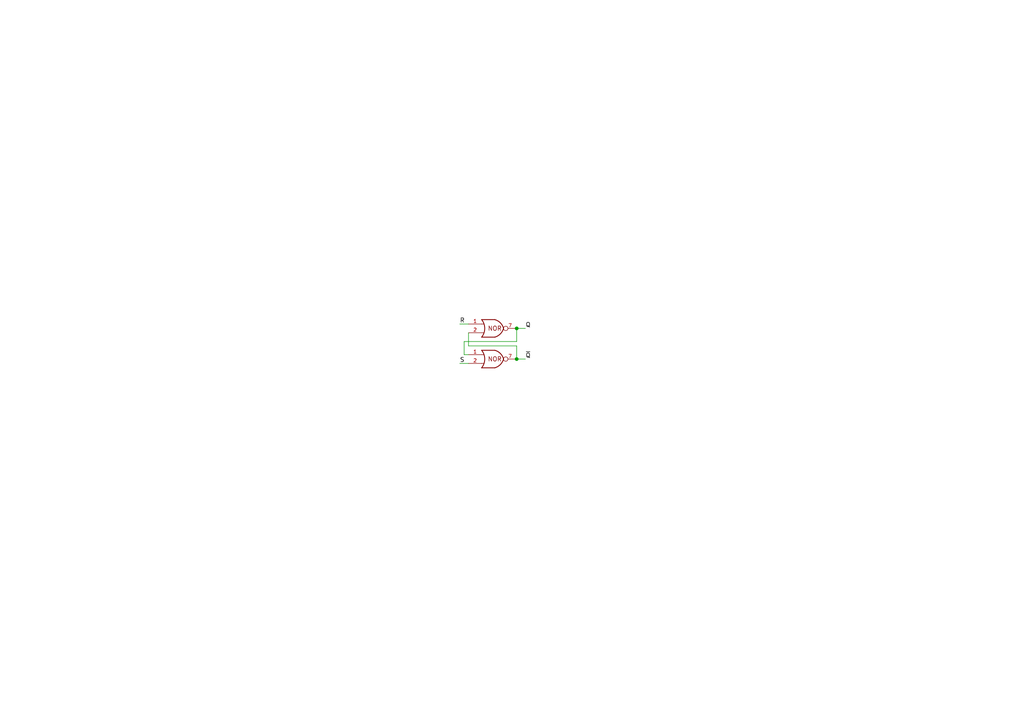
<source format=kicad_sch>
(kicad_sch (version 20211123) (generator eeschema)
  (paper "A4")
  (lib_symbols
    (symbol "74xGxx:74AUC2G02" (pin_names (offset 1.016))
      (symbol "74AUC2G02_0_0"
        (text "NOR" (at 0 0 0) (effects (font (size 1.27 1.27))))
      )
      (symbol "74AUC2G02_0_1"
        (arc (start -3.81 -2.54) (mid -2.919 0) (end -3.81 2.54) (stroke (width 0.254)))
        (arc (start 0 -2.54) (mid 1.5993 -1.6027) (end 2.54 0) (stroke (width 0.254)))
        (polyline (pts (xy -3.81 -1.27) (xy -3.175 -1.27)))
        (polyline (pts (xy -3.81 1.27) (xy -3.175 1.27)))
        (polyline (pts (xy 0 -2.54) (xy -3.81 -2.54)) (stroke (width 0.254)) (fill (type background)))
        (polyline (pts (xy 0 2.54) (xy -3.81 2.54)) (stroke (width 0.254)) (fill (type background)))
        (arc (start 2.54 0) (mid 1.6119 1.6152) (end 0 2.54) (stroke (width 0.254)))
      )
      (symbol "74AUC2G02_1_1"
        (pin input line (at -7.62 1.27 0) (length 3.81) (name "~") (number "1"))
        (pin input line (at -7.62 -1.27 0) (length 3.81) (name "~") (number "2"))
        (pin output inverted (at 6.35 0 180) (length 3.81) (name "~") (number "7"))
      )
      (symbol "74AUC2G02_2_1"
        (pin output inverted (at 6.35 0 180) (length 3.81) (name "~") (number "3"))
        (pin input line (at -7.62 1.27 0) (length 3.81) (name "~") (number "5"))
        (pin input line (at -7.62 -1.27 0) (length 3.81) (name "~") (number "6"))
      )
    )
  )
  (junction (at 149.86 95.25))
  (junction (at 149.86 104.14))
  (wire (pts (xy 149.86 99.06) (xy 134.62 99.06)))
  (wire (pts (xy 134.62 102.87) (xy 135.89 102.87)))
  (wire (pts (xy 135.89 96.52) (xy 135.89 100.33)))
  (wire (pts (xy 134.62 99.06) (xy 134.62 102.87)))
  (wire (pts (xy 149.86 95.25) (xy 149.86 99.06)))
  (wire (pts (xy 149.86 104.14) (xy 149.86 100.33)))
  (wire (pts (xy 133.35 105.41) (xy 135.89 105.41)))
  (wire (pts (xy 133.35 93.98) (xy 135.89 93.98)))
  (wire (pts (xy 149.86 104.14) (xy 152.4 104.14)))
  (wire (pts (xy 149.86 100.33) (xy 135.89 100.33)))
  (wire (pts (xy 149.86 95.25) (xy 152.4 95.25)))
  (label "R" (at 133.35 93.98 0))
  (label "S" (at 133.35 105.41 0))
  (label "~{Q}" (at 152.4 104.14 0))
  (label "Q" (at 152.4 95.25 0))
  (symbol (lib_id "74xGxx:74AUC2G02") (at 143.51 95.25 0) (unit 1)
    (property "Reference" "U?" (effects hide))
    (property "Value" "74AUC2G02" (effects hide))
    (property "Datasheet" "http://www.ti.com/lit/sg/scyt129e/scyt129e.pdf" (effects hide))
  )
  (symbol (lib_id "74xGxx:74AUC2G02") (at 143.51 104.14 0) (unit 1)
    (property "Reference" "U?" (effects hide))
    (property "Value" "74AUC2G02" (effects hide))
    (property "Datasheet" "http://www.ti.com/lit/sg/scyt129e/scyt129e.pdf" (effects hide))
  )
)
</source>
